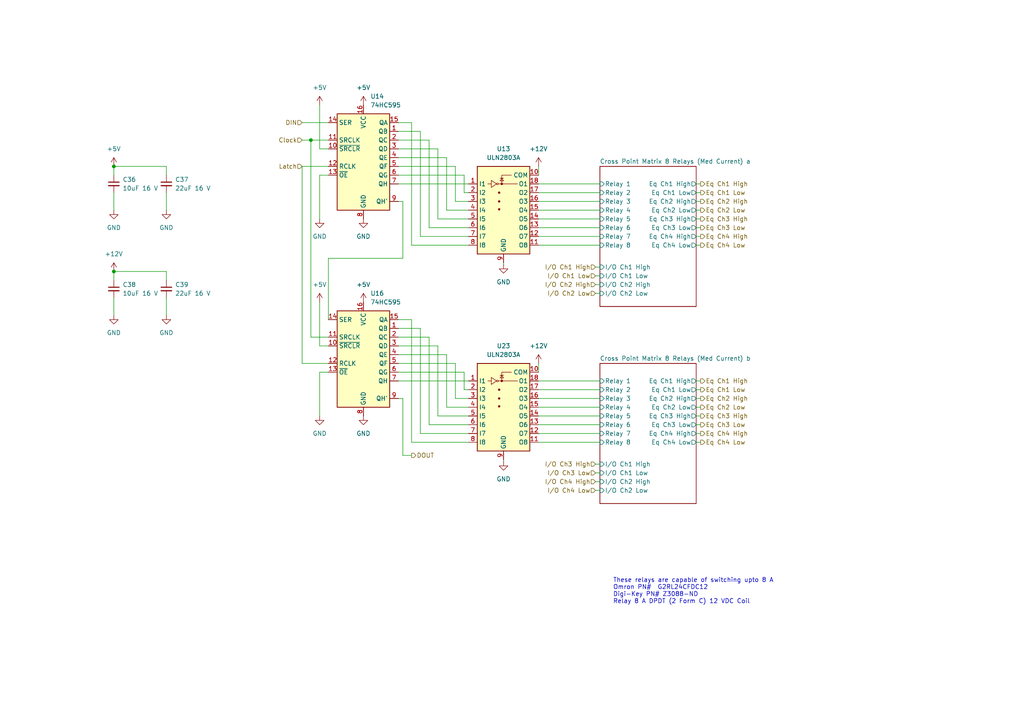
<source format=kicad_sch>
(kicad_sch (version 20211123) (generator eeschema)
  (paper "A4")
  (title_block (title "CIB PCB") (date "2022-05-27") (company "ChargePoint, Inc"))
  (lib_symbols
    (symbol "74xx:74HC595"
      (property "Reference" "U" (at -7.62 13.97 0))
      (property "Value" "74HC595" (at -7.62 -16.51 0))
      (symbol "74HC595_1_0"
        (pin tri_state line (at 10.16 7.62 180) (length 2.54) (name "QB") (number "1"))
        (pin input line (at -10.16 2.54 0) (length 2.54) (name "~{SRCLR}") (number "10"))
        (pin input line (at -10.16 5.08 0) (length 2.54) (name "SRCLK") (number "11"))
        (pin input line (at -10.16 -2.54 0) (length 2.54) (name "RCLK") (number "12"))
        (pin input line (at -10.16 -5.08 0) (length 2.54) (name "~{OE}") (number "13"))
        (pin input line (at -10.16 10.16 0) (length 2.54) (name "SER") (number "14"))
        (pin tri_state line (at 10.16 10.16 180) (length 2.54) (name "QA") (number "15"))
        (pin power_in line (at 0 15.24 270) (length 2.54) (name "VCC") (number "16"))
        (pin tri_state line (at 10.16 5.08 180) (length 2.54) (name "QC") (number "2"))
        (pin tri_state line (at 10.16 2.54 180) (length 2.54) (name "QD") (number "3"))
        (pin tri_state line (at 10.16 0 180) (length 2.54) (name "QE") (number "4"))
        (pin tri_state line (at 10.16 -2.54 180) (length 2.54) (name "QF") (number "5"))
        (pin tri_state line (at 10.16 -5.08 180) (length 2.54) (name "QG") (number "6"))
        (pin tri_state line (at 10.16 -7.62 180) (length 2.54) (name "QH") (number "7"))
        (pin power_in line (at 0 -17.78 90) (length 2.54) (name "GND") (number "8"))
        (pin output line (at 10.16 -12.7 180) (length 2.54) (name "QH'") (number "9"))
      )
      (symbol "74HC595_1_1"
        (rectangle (start -7.62 12.7) (end 7.62 -15.24) (stroke (width 0.254)) (fill (type background)))
      )
    )
    (symbol "Device:C_Small" (pin_numbers hide) (pin_names (offset 0.254) hide)
      (property "Reference" "C" (at 0.254 1.778 0))
      (property "Value" "C_Small" (at 0.254 -2.032 0))
      (symbol "C_Small_0_1"
        (polyline (pts (xy -1.524 -0.508) (xy 1.524 -0.508)) (stroke (width 0.3302)))
        (polyline (pts (xy -1.524 0.508) (xy 1.524 0.508)) (stroke (width 0.3048)))
      )
      (symbol "C_Small_1_1"
        (pin passive line (at 0 2.54 270) (length 2.032) (name "~") (number "1"))
        (pin passive line (at 0 -2.54 90) (length 2.032) (name "~") (number "2"))
      )
    )
    (symbol "Transistor_Array:ULN2803A"
      (property "Reference" "U" (at 0 13.335 0))
      (property "Value" "ULN2803A" (at 0 11.43 0))
      (symbol "ULN2803A_0_1"
        (rectangle (start -7.62 -15.24) (end 7.62 10.16) (stroke (width 0.254)) (fill (type background)))
        (circle (center -1.778 5.08) (radius 0.254))
        (circle (center -1.27 -2.286) (radius 0.254) (fill (type outline)))
        (circle (center -1.27 0) (radius 0.254) (fill (type outline)))
        (circle (center -1.27 2.54) (radius 0.254) (fill (type outline)))
        (circle (center -0.508 5.08) (radius 0.254) (fill (type outline)))
        (polyline (pts (xy -4.572 5.08) (xy -3.556 5.08)))
        (polyline (pts (xy -1.524 5.08) (xy 4.064 5.08)))
        (polyline (pts (xy 0 6.731) (xy -1.016 6.731)))
        (polyline (pts (xy -0.508 5.08) (xy -0.508 7.62) (xy 2.286 7.62)))
        (polyline (pts (xy -3.556 6.096) (xy -3.556 4.064) (xy -2.032 5.08) (xy -3.556 6.096)))
        (polyline (pts (xy 0 5.969) (xy -1.016 5.969) (xy -0.508 6.731) (xy 0 5.969)))
      )
      (symbol "ULN2803A_1_1"
        (pin input line (at -10.16 5.08 0) (length 2.54) (name "I1") (number "1"))
        (pin passive line (at 10.16 7.62 180) (length 2.54) (name "COM") (number "10"))
        (pin open_collector line (at 10.16 -12.7 180) (length 2.54) (name "O8") (number "11"))
        (pin open_collector line (at 10.16 -10.16 180) (length 2.54) (name "O7") (number "12"))
        (pin open_collector line (at 10.16 -7.62 180) (length 2.54) (name "O6") (number "13"))
        (pin open_collector line (at 10.16 -5.08 180) (length 2.54) (name "O5") (number "14"))
        (pin open_collector line (at 10.16 -2.54 180) (length 2.54) (name "O4") (number "15"))
        (pin open_collector line (at 10.16 0 180) (length 2.54) (name "O3") (number "16"))
        (pin open_collector line (at 10.16 2.54 180) (length 2.54) (name "O2") (number "17"))
        (pin open_collector line (at 10.16 5.08 180) (length 2.54) (name "O1") (number "18"))
        (pin input line (at -10.16 2.54 0) (length 2.54) (name "I2") (number "2"))
        (pin input line (at -10.16 0 0) (length 2.54) (name "I3") (number "3"))
        (pin input line (at -10.16 -2.54 0) (length 2.54) (name "I4") (number "4"))
        (pin input line (at -10.16 -5.08 0) (length 2.54) (name "I5") (number "5"))
        (pin input line (at -10.16 -7.62 0) (length 2.54) (name "I6") (number "6"))
        (pin input line (at -10.16 -10.16 0) (length 2.54) (name "I7") (number "7"))
        (pin input line (at -10.16 -12.7 0) (length 2.54) (name "I8") (number "8"))
        (pin power_in line (at 0 -17.78 90) (length 2.54) (name "GND") (number "9"))
      )
    )
    (symbol "power:+12V" (power) (pin_names (offset 0))
      (property "Value" "+12V" (at 0 3.556 0))
      (symbol "+12V_0_1"
        (polyline (pts (xy -0.762 1.27) (xy 0 2.54)))
        (polyline (pts (xy 0 0) (xy 0 2.54)))
        (polyline (pts (xy 0 2.54) (xy 0.762 1.27)))
      )
      (symbol "+12V_1_1"
        (pin power_in line (at 0 0 90) (length 0) hide (name "+12V") (number "1"))
      )
    )
    (symbol "power:+5V" (power) (pin_names (offset 0))
      (property "Value" "+5V" (at 0 3.556 0))
      (symbol "+5V_0_1"
        (polyline (pts (xy -0.762 1.27) (xy 0 2.54)))
        (polyline (pts (xy 0 0) (xy 0 2.54)))
        (polyline (pts (xy 0 2.54) (xy 0.762 1.27)))
      )
      (symbol "+5V_1_1"
        (pin power_in line (at 0 0 90) (length 0) hide (name "+5V") (number "1"))
      )
    )
    (symbol "power:GND" (power) (pin_names (offset 0))
      (property "Value" "GND" (at 0 -3.81 0))
      (symbol "GND_0_1"
        (polyline (pts (xy 0 0) (xy 0 -1.27) (xy 1.27 -1.27) (xy 0 -2.54) (xy -1.27 -1.27) (xy 0 -1.27)))
      )
      (symbol "GND_1_1"
        (pin power_in line (at 0 0 270) (length 0) hide (name "GND") (number "1"))
      )
    )
  )
  (junction (at 33.02 48.26))
  (junction (at 90.17 40.64))
  (junction (at 33.02 78.74))
  (wire (pts (xy 115.57 43.18) (xy 127 43.18)))
  (wire (pts (xy 95.25 100.33) (xy 92.71 100.33)))
  (wire (pts (xy 87.63 35.56) (xy 95.25 35.56)))
  (wire (pts (xy 33.02 48.26) (xy 48.26 48.26)))
  (wire (pts (xy 156.21 71.12) (xy 173.99 71.12)))
  (wire (pts (xy 201.93 118.11) (xy 203.2 118.11)))
  (wire (pts (xy 121.92 68.58) (xy 135.89 68.58)))
  (wire (pts (xy 172.72 137.16) (xy 173.99 137.16)))
  (wire (pts (xy 135.89 123.19) (xy 124.46 123.19)))
  (wire (pts (xy 127 63.5) (xy 135.89 63.5)))
  (wire (pts (xy 124.46 123.19) (xy 124.46 97.79)))
  (wire (pts (xy 156.21 48.26) (xy 156.21 50.8)))
  (wire (pts (xy 134.62 55.88) (xy 135.89 55.88)))
  (wire (pts (xy 95.25 50.8) (xy 92.71 50.8)))
  (wire (pts (xy 115.57 53.34) (xy 135.89 53.34)))
  (wire (pts (xy 156.21 63.5) (xy 173.99 63.5)))
  (wire (pts (xy 156.21 118.11) (xy 173.99 118.11)))
  (wire (pts (xy 201.93 115.57) (xy 203.2 115.57)))
  (wire (pts (xy 92.71 100.33) (xy 92.71 87.63)))
  (wire (pts (xy 92.71 50.8) (xy 92.71 63.5)))
  (wire (pts (xy 172.72 80.01) (xy 173.99 80.01)))
  (wire (pts (xy 134.62 107.95) (xy 134.62 113.03)))
  (wire (pts (xy 172.72 139.7) (xy 173.99 139.7)))
  (wire (pts (xy 95.25 40.64) (xy 90.17 40.64)))
  (wire (pts (xy 95.25 107.95) (xy 92.71 107.95)))
  (wire (pts (xy 115.57 35.56) (xy 119.38 35.56)))
  (wire (pts (xy 90.17 40.64) (xy 90.17 97.79)))
  (wire (pts (xy 124.46 40.64) (xy 115.57 40.64)))
  (wire (pts (xy 116.84 132.08) (xy 119.38 132.08)))
  (wire (pts (xy 115.57 58.42) (xy 116.84 58.42)))
  (wire (pts (xy 33.02 55.88) (xy 33.02 60.96)))
  (wire (pts (xy 172.72 142.24) (xy 173.99 142.24)))
  (wire (pts (xy 156.21 53.34) (xy 173.99 53.34)))
  (wire (pts (xy 146.05 133.35) (xy 146.05 133.858)))
  (wire (pts (xy 127 43.18) (xy 127 63.5)))
  (wire (pts (xy 95.25 74.93) (xy 116.84 74.93)))
  (wire (pts (xy 156.21 110.49) (xy 173.99 110.49)))
  (wire (pts (xy 115.57 48.26) (xy 132.08 48.26)))
  (wire (pts (xy 135.89 128.27) (xy 119.38 128.27)))
  (wire (pts (xy 201.93 123.19) (xy 203.2 123.19)))
  (wire (pts (xy 201.93 55.88) (xy 203.2 55.88)))
  (wire (pts (xy 132.08 58.42) (xy 135.89 58.42)))
  (wire (pts (xy 119.38 128.27) (xy 119.38 92.71)))
  (wire (pts (xy 33.02 86.36) (xy 33.02 91.44)))
  (wire (pts (xy 201.93 120.65) (xy 203.2 120.65)))
  (wire (pts (xy 121.92 38.1) (xy 121.92 68.58)))
  (wire (pts (xy 127 100.33) (xy 127 120.65)))
  (wire (pts (xy 135.89 71.12) (xy 119.38 71.12)))
  (wire (pts (xy 33.02 78.74) (xy 48.26 78.74)))
  (wire (pts (xy 115.57 107.95) (xy 134.62 107.95)))
  (wire (pts (xy 156.21 123.19) (xy 173.99 123.19)))
  (wire (pts (xy 48.26 50.8) (xy 48.26 48.26)))
  (wire (pts (xy 134.62 50.8) (xy 134.62 55.88)))
  (wire (pts (xy 124.46 66.04) (xy 124.46 40.64)))
  (wire (pts (xy 201.93 68.58) (xy 203.2 68.58)))
  (wire (pts (xy 95.25 43.18) (xy 92.71 43.18)))
  (wire (pts (xy 116.84 58.42) (xy 116.84 74.93)))
  (wire (pts (xy 129.54 60.96) (xy 135.89 60.96)))
  (wire (pts (xy 127 120.65) (xy 135.89 120.65)))
  (wire (pts (xy 201.93 58.42) (xy 203.2 58.42)))
  (wire (pts (xy 135.89 66.04) (xy 124.46 66.04)))
  (wire (pts (xy 132.08 48.26) (xy 132.08 58.42)))
  (wire (pts (xy 201.93 128.27) (xy 203.2 128.27)))
  (wire (pts (xy 172.72 82.55) (xy 173.99 82.55)))
  (wire (pts (xy 87.63 48.26) (xy 95.25 48.26)))
  (wire (pts (xy 115.57 105.41) (xy 132.08 105.41)))
  (wire (pts (xy 115.57 45.72) (xy 129.54 45.72)))
  (wire (pts (xy 201.93 66.04) (xy 203.2 66.04)))
  (wire (pts (xy 129.54 118.11) (xy 135.89 118.11)))
  (wire (pts (xy 132.08 105.41) (xy 132.08 115.57)))
  (wire (pts (xy 156.21 68.58) (xy 173.99 68.58)))
  (wire (pts (xy 172.72 134.62) (xy 173.99 134.62)))
  (wire (pts (xy 156.21 58.42) (xy 173.99 58.42)))
  (wire (pts (xy 201.93 71.12) (xy 203.2 71.12)))
  (wire (pts (xy 95.25 92.71) (xy 95.25 74.93)))
  (wire (pts (xy 156.21 120.65) (xy 173.99 120.65)))
  (wire (pts (xy 33.02 81.28) (xy 33.02 78.74)))
  (wire (pts (xy 48.26 55.88) (xy 48.26 60.96)))
  (wire (pts (xy 116.84 115.57) (xy 116.84 132.08)))
  (wire (pts (xy 115.57 102.87) (xy 129.54 102.87)))
  (wire (pts (xy 92.71 43.18) (xy 92.71 30.48)))
  (wire (pts (xy 172.72 85.09) (xy 173.99 85.09)))
  (wire (pts (xy 201.93 63.5) (xy 203.2 63.5)))
  (wire (pts (xy 201.93 53.34) (xy 203.2 53.34)))
  (wire (pts (xy 201.93 110.49) (xy 203.2 110.49)))
  (wire (pts (xy 156.21 66.04) (xy 173.99 66.04)))
  (wire (pts (xy 115.57 92.71) (xy 119.38 92.71)))
  (wire (pts (xy 115.57 50.8) (xy 134.62 50.8)))
  (wire (pts (xy 121.92 95.25) (xy 121.92 125.73)))
  (wire (pts (xy 146.05 76.2) (xy 146.05 76.708)))
  (wire (pts (xy 48.26 81.28) (xy 48.26 78.74)))
  (wire (pts (xy 119.38 71.12) (xy 119.38 35.56)))
  (wire (pts (xy 124.46 97.79) (xy 115.57 97.79)))
  (wire (pts (xy 132.08 115.57) (xy 135.89 115.57)))
  (wire (pts (xy 156.21 128.27) (xy 173.99 128.27)))
  (wire (pts (xy 90.17 40.64) (xy 87.63 40.64)))
  (wire (pts (xy 115.57 110.49) (xy 135.89 110.49)))
  (wire (pts (xy 172.72 77.47) (xy 173.99 77.47)))
  (wire (pts (xy 92.71 107.95) (xy 92.71 120.65)))
  (wire (pts (xy 201.93 60.96) (xy 203.2 60.96)))
  (wire (pts (xy 121.92 125.73) (xy 135.89 125.73)))
  (wire (pts (xy 115.57 100.33) (xy 127 100.33)))
  (wire (pts (xy 156.21 115.57) (xy 173.99 115.57)))
  (wire (pts (xy 87.63 105.41) (xy 87.63 48.26)))
  (wire (pts (xy 33.02 50.8) (xy 33.02 48.26)))
  (wire (pts (xy 156.21 105.41) (xy 156.21 107.95)))
  (wire (pts (xy 134.62 113.03) (xy 135.89 113.03)))
  (wire (pts (xy 129.54 45.72) (xy 129.54 60.96)))
  (wire (pts (xy 201.93 125.73) (xy 203.2 125.73)))
  (wire (pts (xy 115.57 95.25) (xy 121.92 95.25)))
  (wire (pts (xy 156.21 55.88) (xy 173.99 55.88)))
  (wire (pts (xy 156.21 60.96) (xy 173.99 60.96)))
  (wire (pts (xy 90.17 97.79) (xy 95.25 97.79)))
  (wire (pts (xy 48.26 86.36) (xy 48.26 91.44)))
  (wire (pts (xy 115.57 38.1) (xy 121.92 38.1)))
  (wire (pts (xy 201.93 113.03) (xy 203.2 113.03)))
  (wire (pts (xy 129.54 102.87) (xy 129.54 118.11)))
  (wire (pts (xy 95.25 105.41) (xy 87.63 105.41)))
  (wire (pts (xy 156.21 113.03) (xy 173.99 113.03)))
  (wire (pts (xy 156.21 125.73) (xy 173.99 125.73)))
  (wire (pts (xy 115.57 115.57) (xy 116.84 115.57)))
  (text "These relays are capable of switching upto 8 A\nOmron PN#  G2RL24CFDC12\nDigi-Key PN# Z3088-ND\nRelay 8 A DPDT (2 Form C) 12 VDC Coil" (at 177.8 175.26 0) (effects (font (size 1.27 1.27)) (justify left bottom)))
  (hierarchical_label "Eq Ch1 Low" (shape output) (at 203.2 55.88 0))
  (hierarchical_label "Eq Ch1 Low" (shape output) (at 203.2 113.03 0))
  (hierarchical_label "I{slash}O Ch2 High" (shape input) (at 172.72 82.55 180))
  (hierarchical_label "I{slash}O Ch2 Low" (shape input) (at 172.72 85.09 180))
  (hierarchical_label "Eq Ch4 High" (shape output) (at 203.2 68.58 0))
  (hierarchical_label "I{slash}O Ch4 High" (shape input) (at 172.72 139.7 180))
  (hierarchical_label "Eq Ch4 High" (shape output) (at 203.2 125.73 0))
  (hierarchical_label "Eq Ch3 High" (shape output) (at 203.2 120.65 0))
  (hierarchical_label "Eq Ch2 High" (shape output) (at 203.2 58.42 0))
  (hierarchical_label "DIN" (shape input) (at 87.63 35.56 180))
  (hierarchical_label "Latch" (shape input) (at 87.63 48.26 180))
  (hierarchical_label "Eq Ch3 Low" (shape output) (at 203.2 123.19 0))
  (hierarchical_label "Eq Ch2 High" (shape output) (at 203.2 115.57 0))
  (hierarchical_label "Eq Ch3 Low" (shape output) (at 203.2 66.04 0))
  (hierarchical_label "I{slash}O Ch4 Low" (shape input) (at 172.72 142.24 180))
  (hierarchical_label "Eq Ch4 Low" (shape output) (at 203.2 71.12 0))
  (hierarchical_label "I{slash}O Ch3 Low" (shape input) (at 172.72 137.16 180))
  (hierarchical_label "Clock" (shape input) (at 87.63 40.64 180))
  (hierarchical_label "DOUT" (shape output) (at 119.38 132.08 0))
  (hierarchical_label "Eq Ch2 Low" (shape output) (at 203.2 60.96 0))
  (hierarchical_label "I{slash}O Ch1 Low" (shape input) (at 172.72 80.01 180))
  (hierarchical_label "Eq Ch3 High" (shape output) (at 203.2 63.5 0))
  (hierarchical_label "Eq Ch2 Low" (shape output) (at 203.2 118.11 0))
  (hierarchical_label "I{slash}O Ch1 High" (shape input) (at 172.72 77.47 180))
  (hierarchical_label "Eq Ch1 High" (shape output) (at 203.2 53.34 0))
  (hierarchical_label "Eq Ch4 Low" (shape output) (at 203.2 128.27 0))
  (hierarchical_label "Eq Ch1 High" (shape output) (at 203.2 110.49 0))
  (hierarchical_label "I{slash}O Ch3 High" (shape input) (at 172.72 134.62 180))
  (symbol (lib_id "power:GND") (at 33.02 91.44 0) (unit 1)
    (property "Reference" "#PWR0171" (effects hide))
    (property "Value" "GND" (at 33.02 96.52 0))
  )
  (symbol (lib_id "Device:C_Small") (at 33.02 53.34 0) (unit 1)
    (property "Reference" "C36" (at 35.56 52.0762 0) (effects (justify left)))
    (property "Value" "10uF 16 V" (at 35.56 54.6162 0) (effects (justify left)))
    (property "Footprint" "Capacitor_SMD:C_1206_3216Metric_Pad1.33x1.80mm_HandSolder" (effects hide))
    (property "Datasheet" "https://media.digikey.com/pdf/Data%20Sheets/Samsung%20PDFs/CL31B106KOHNNNE_Spec.pdf" (effects hide))
    (property "Manufacturer #" "CL31A106KOHNNNE" (effects hide))
    (property "DigiKey #" "1276-1137-1-ND" (effects hide))
    (property "Manufacturer" "Samsung Electro-Mechanics" (effects hide))
    (property "Description" "10 µF ±10% 16V Ceramic Capacitor X5R 1206 (3216 Metric)" (effects hide))
    (property "DigiKey Price/Stock" "https://www.digikey.co.uk/en/products/detail/samsung-electro-mechanics/CL31A106KOHNNNE/3886795?s=N4IgTCBcDaIIxgOwDYC0c4GZHtQOQBEQBdAXyA" (effects hide))
  )
  (symbol (lib_id "power:+12V") (at 156.21 105.41 0) (unit 1)
    (property "Reference" "#PWR0219" (effects hide))
    (property "Value" "+12V" (at 156.21 100.33 0))
  )
  (symbol (lib_id "power:+5V") (at 92.71 87.63 0) (unit 1)
    (property "Reference" "#PWR0197" (effects hide))
    (property "Value" "+5V" (at 92.71 82.55 0))
  )
  (symbol (lib_id "Device:C_Small") (at 48.26 83.82 0) (unit 1)
    (property "Reference" "C39" (at 50.8 82.5562 0) (effects (justify left)))
    (property "Value" "22uF 16 V" (at 50.8 85.0962 0) (effects (justify left)))
    (property "Footprint" "Capacitor_SMD:C_1206_3216Metric_Pad1.33x1.80mm_HandSolder" (effects hide))
    (property "Datasheet" "https://www.we-online.com/katalog/datasheet/885012108018.pdf" (effects hide))
    (property "Manufacturer #" "885012108018" (effects hide))
    (property "DigiKey #" "732-7642-1-ND" (effects hide))
    (property "Manufacturer" "Würth Elektronik" (effects hide))
    (property "Description" "22 µF ±20% 16V Ceramic Capacitor X5R 1206 (3216 Metric)" (effects hide))
    (property "DigiKey Price/Stock" "https://www.digikey.co.uk/en/products/detail/w%C3%BCrth-elektronik/885012108018/5453497?s=N4IgTCBcDaIOwGYwFo4DYAsKCMyByAIiALoC%2BQA" (effects hide))
  )
  (symbol (lib_id "Device:C_Small") (at 33.02 83.82 0) (unit 1)
    (property "Reference" "C38" (at 35.56 82.5562 0) (effects (justify left)))
    (property "Value" "10uF 16 V" (at 35.56 85.0962 0) (effects (justify left)))
    (property "Footprint" "Capacitor_SMD:C_1206_3216Metric_Pad1.33x1.80mm_HandSolder" (effects hide))
    (property "Datasheet" "https://media.digikey.com/pdf/Data%20Sheets/Samsung%20PDFs/CL31B106KOHNNNE_Spec.pdf" (effects hide))
    (property "Manufacturer #" "CL31A106KOHNNNE" (effects hide))
    (property "DigiKey #" "1276-1137-1-ND" (effects hide))
    (property "Manufacturer" "Samsung Electro-Mechanics" (effects hide))
    (property "Description" "10 µF ±10% 16V Ceramic Capacitor X5R 1206 (3216 Metric)" (effects hide))
    (property "DigiKey Price/Stock" "https://www.digikey.co.uk/en/products/detail/samsung-electro-mechanics/CL31A106KOHNNNE/3886795?s=N4IgTCBcDaIIxgOwDYC0c4GZHtQOQBEQBdAXyA" (effects hide))
  )
  (symbol (lib_id "Transistor_Array:ULN2803A") (at 146.05 115.57 0) (unit 1)
    (property "Reference" "U23" (at 146.05 100.33 0))
    (property "Value" "ULN2803A" (at 146.05 102.87 0))
    (property "Footprint" "Package_DIP:DIP-18_W7.62mm_LongPads" (effects hide))
    (property "Datasheet" "http://www.ti.com/lit/ds/symlink/uln2803a.pdf" (effects hide))
    (property "DigiKey #" "497-2356-5-ND" (effects hide))
    (property "Manufacturer #" "ULN2803A" (effects hide))
    (property "Manufacturer" "STMicroelectronics" (effects hide))
    (property "Mouser Part Number" "511-ULN2803A" (effects hide))
  )
  (symbol (lib_id "power:GND") (at 105.41 120.65 0) (unit 1)
    (property "Reference" "#PWR0173" (effects hide))
    (property "Value" "~" (at 105.41 125.73 0))
  )
  (symbol (lib_id "power:GND") (at 105.41 63.5 0) (unit 1)
    (property "Reference" "#PWR0355" (effects hide))
    (property "Value" "~" (at 105.41 68.58 0))
  )
  (symbol (lib_id "power:+12V") (at 33.02 78.74 0) (unit 1)
    (property "Reference" "#PWR0170" (effects hide))
    (property "Value" "+12V" (at 33.02 73.66 0))
  )
  (symbol (lib_id "power:GND") (at 146.05 76.708 0) (unit 1)
    (property "Reference" "#PWR0167" (effects hide))
    (property "Value" "~" (at 146.05 81.788 0))
  )
  (symbol (lib_id "power:+12V") (at 156.21 48.26 0) (unit 1)
    (property "Reference" "#PWR0164" (effects hide))
    (property "Value" "+12V" (at 156.21 43.18 0))
  )
  (symbol (lib_id "power:+5V") (at 33.02 48.26 0) (unit 1)
    (property "Reference" "#PWR0166" (effects hide))
    (property "Value" "+5V" (at 33.02 43.18 0))
  )
  (symbol (lib_id "Transistor_Array:ULN2803A") (at 146.05 58.42 0) (unit 1)
    (property "Reference" "U13" (at 146.05 43.18 0))
    (property "Value" "ULN2803A" (at 146.05 45.72 0))
    (property "Footprint" "Package_DIP:DIP-18_W7.62mm_LongPads" (effects hide))
    (property "Datasheet" "http://www.ti.com/lit/ds/symlink/uln2803a.pdf" (effects hide))
    (property "DigiKey #" "497-2356-5-ND" (effects hide))
    (property "Manufacturer #" "ULN2803A" (effects hide))
    (property "Manufacturer" "STMicroelectronics" (effects hide))
    (property "Mouser Part Number" "511-ULN2803A" (effects hide))
  )
  (symbol (lib_id "74xx:74HC595") (at 105.41 45.72 0) (unit 1)
    (property "Reference" "U14" (at 107.4294 27.94 0) (effects (justify left)))
    (property "Value" "74HC595" (at 107.4294 30.48 0) (effects (justify left)))
    (property "Footprint" "Package_DIP:DIP-16_W7.62mm_LongPads" (effects hide))
    (property "Datasheet" "http://www.ti.com/lit/ds/symlink/sn74hc595.pdf" (effects hide))
  )
  (symbol (lib_id "power:GND") (at 92.71 120.65 0) (unit 1)
    (property "Reference" "#PWR0175" (effects hide))
    (property "Value" "~" (at 92.71 125.73 0))
  )
  (symbol (lib_id "74xx:74HC595") (at 105.41 102.87 0) (unit 1)
    (property "Reference" "U16" (at 107.4294 85.09 0) (effects (justify left)))
    (property "Value" "74HC595" (at 107.4294 87.63 0) (effects (justify left)))
    (property "Footprint" "Package_DIP:DIP-16_W7.62mm_LongPads" (effects hide))
    (property "Datasheet" "http://www.ti.com/lit/ds/symlink/sn74hc595.pdf" (effects hide))
  )
  (symbol (lib_id "power:GND") (at 146.05 133.858 0) (unit 1)
    (property "Reference" "#PWR0217" (effects hide))
    (property "Value" "~" (at 146.05 138.938 0))
  )
  (symbol (lib_id "power:GND") (at 48.26 60.96 0) (unit 1)
    (property "Reference" "#PWR0169" (effects hide))
    (property "Value" "GND" (at 48.26 66.04 0))
  )
  (symbol (lib_id "power:+5V") (at 105.41 87.63 0) (unit 1)
    (property "Reference" "#PWR0199" (effects hide))
    (property "Value" "+5V" (at 105.41 82.55 0))
  )
  (symbol (lib_id "power:+5V") (at 92.71 30.48 0) (unit 1)
    (property "Reference" "#PWR0359" (effects hide))
    (property "Value" "+5V" (at 92.71 25.4 0))
  )
  (symbol (lib_id "power:GND") (at 92.71 63.5 0) (unit 1)
    (property "Reference" "#PWR0360" (effects hide))
    (property "Value" "~" (at 92.71 68.58 0))
  )
  (symbol (lib_id "power:GND") (at 33.02 60.96 0) (unit 1)
    (property "Reference" "#PWR0168" (effects hide))
    (property "Value" "GND" (at 33.02 66.04 0))
  )
  (symbol (lib_id "Device:C_Small") (at 48.26 53.34 0) (unit 1)
    (property "Reference" "C37" (at 50.8 52.0762 0) (effects (justify left)))
    (property "Value" "22uF 16 V" (at 50.8 54.6162 0) (effects (justify left)))
    (property "Footprint" "Capacitor_SMD:C_1206_3216Metric_Pad1.33x1.80mm_HandSolder" (effects hide))
    (property "Datasheet" "https://www.we-online.com/katalog/datasheet/885012108018.pdf" (effects hide))
    (property "Manufacturer #" "885012108018" (effects hide))
    (property "DigiKey #" "732-7642-1-ND" (effects hide))
    (property "Manufacturer" "Würth Elektronik" (effects hide))
    (property "Description" "22 µF ±20% 16V Ceramic Capacitor X5R 1206 (3216 Metric)" (effects hide))
    (property "DigiKey Price/Stock" "https://www.digikey.co.uk/en/products/detail/w%C3%BCrth-elektronik/885012108018/5453497?s=N4IgTCBcDaIOwGYwFo4DYAsKCMyByAIiALoC%2BQA" (effects hide))
  )
  (symbol (lib_id "power:GND") (at 48.26 91.44 0) (unit 1)
    (property "Reference" "#PWR0172" (effects hide))
    (property "Value" "GND" (at 48.26 96.52 0))
  )
  (symbol (lib_id "power:+5V") (at 105.41 30.48 0) (unit 1)
    (property "Reference" "#PWR0358" (effects hide))
    (property "Value" "+5V" (at 105.41 25.4 0))
  )
  (sheet (at 173.99 105.41) (size 27.94 40.64) (stroke (width 0.1524))
    (property "Sheet name" "Cross Point Matrix 8 Relays (Med Current) b" (at 173.99 104.6984 0) (effects (justify left bottom)))
    (property "Sheet file" "Cross Point Matrix 8 Relays (Med Current).kicad_sch" (effects hide))
    (pin "Relay 5" input (at 173.99 120.65 180))
    (pin "I{slash}O Ch2 High" input (at 173.99 139.7 180))
    (pin "I{slash}O Ch2 Low" input (at 173.99 142.24 180))
    (pin "I{slash}O Ch1 High" input (at 173.99 134.62 180))
    (pin "I{slash}O Ch1 Low" input (at 173.99 137.16 180))
    (pin "Relay 1" input (at 173.99 110.49 180))
    (pin "Relay 2" input (at 173.99 113.03 180))
    (pin "Relay 6" input (at 173.99 123.19 180))
    (pin "Relay 3" input (at 173.99 115.57 180))
    (pin "Relay 4" input (at 173.99 118.11 180))
    (pin "Relay 8" input (at 173.99 128.27 180))
    (pin "Relay 7" input (at 173.99 125.73 180))
    (pin "Eq Ch1 High" output (at 201.93 110.49 0))
    (pin "Eq Ch1 Low" output (at 201.93 113.03 0))
    (pin "Eq Ch2 Low" output (at 201.93 118.11 0))
    (pin "Eq Ch2 High" output (at 201.93 115.57 0))
    (pin "Eq Ch4 Low" output (at 201.93 128.27 0))
    (pin "Eq Ch4 High" output (at 201.93 125.73 0))
    (pin "Eq Ch3 High" output (at 201.93 120.65 0))
    (pin "Eq Ch3 Low" output (at 201.93 123.19 0))
  )
  (sheet (at 173.99 48.26) (size 27.94 40.64) (stroke (width 0.1524))
    (property "Sheet name" "Cross Point Matrix 8 Relays (Med Current) a" (at 173.99 47.5484 0) (effects (justify left bottom)))
    (property "Sheet file" "Cross Point Matrix 8 Relays (Med Current).kicad_sch" (effects hide))
    (pin "Relay 5" input (at 173.99 63.5 180))
    (pin "I{slash}O Ch2 High" input (at 173.99 82.55 180))
    (pin "I{slash}O Ch2 Low" input (at 173.99 85.09 180))
    (pin "I{slash}O Ch1 High" input (at 173.99 77.47 180))
    (pin "I{slash}O Ch1 Low" input (at 173.99 80.01 180))
    (pin "Relay 1" input (at 173.99 53.34 180))
    (pin "Relay 2" input (at 173.99 55.88 180))
    (pin "Relay 6" input (at 173.99 66.04 180))
    (pin "Relay 3" input (at 173.99 58.42 180))
    (pin "Relay 4" input (at 173.99 60.96 180))
    (pin "Relay 8" input (at 173.99 71.12 180))
    (pin "Relay 7" input (at 173.99 68.58 180))
    (pin "Eq Ch1 High" output (at 201.93 53.34 0))
    (pin "Eq Ch1 Low" output (at 201.93 55.88 0))
    (pin "Eq Ch2 Low" output (at 201.93 60.96 0))
    (pin "Eq Ch2 High" output (at 201.93 58.42 0))
    (pin "Eq Ch4 Low" output (at 201.93 71.12 0))
    (pin "Eq Ch4 High" output (at 201.93 68.58 0))
    (pin "Eq Ch3 High" output (at 201.93 63.5 0))
    (pin "Eq Ch3 Low" output (at 201.93 66.04 0))
  )
)
</source>
